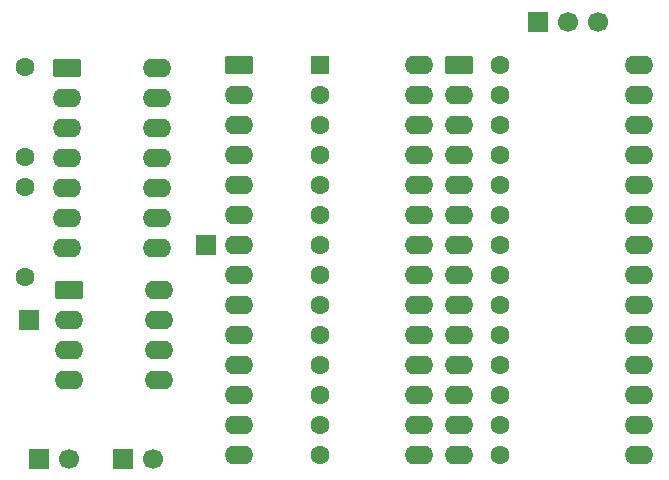
<source format=gbr>
%TF.GenerationSoftware,KiCad,Pcbnew,9.0.7*%
%TF.CreationDate,2026-02-10T00:04:01+01:00*%
%TF.ProjectId,kicad-c16-multirom,6b696361-642d-4633-9136-2d6d756c7469,1*%
%TF.SameCoordinates,Original*%
%TF.FileFunction,Soldermask,Bot*%
%TF.FilePolarity,Negative*%
%FSLAX46Y46*%
G04 Gerber Fmt 4.6, Leading zero omitted, Abs format (unit mm)*
G04 Created by KiCad (PCBNEW 9.0.7) date 2026-02-10 00:04:01*
%MOMM*%
%LPD*%
G01*
G04 APERTURE LIST*
G04 Aperture macros list*
%AMRoundRect*
0 Rectangle with rounded corners*
0 $1 Rounding radius*
0 $2 $3 $4 $5 $6 $7 $8 $9 X,Y pos of 4 corners*
0 Add a 4 corners polygon primitive as box body*
4,1,4,$2,$3,$4,$5,$6,$7,$8,$9,$2,$3,0*
0 Add four circle primitives for the rounded corners*
1,1,$1+$1,$2,$3*
1,1,$1+$1,$4,$5*
1,1,$1+$1,$6,$7*
1,1,$1+$1,$8,$9*
0 Add four rect primitives between the rounded corners*
20,1,$1+$1,$2,$3,$4,$5,0*
20,1,$1+$1,$4,$5,$6,$7,0*
20,1,$1+$1,$6,$7,$8,$9,0*
20,1,$1+$1,$8,$9,$2,$3,0*%
G04 Aperture macros list end*
%ADD10RoundRect,0.250000X-0.950000X-0.550000X0.950000X-0.550000X0.950000X0.550000X-0.950000X0.550000X0*%
%ADD11O,2.400000X1.600000*%
%ADD12R,1.700000X1.700000*%
%ADD13C,1.700000*%
%ADD14C,1.600000*%
%ADD15RoundRect,0.250000X-0.550000X-0.550000X0.550000X-0.550000X0.550000X0.550000X-0.550000X0.550000X0*%
G04 APERTURE END LIST*
D10*
%TO.C,U4*%
X169760000Y-57658000D03*
D11*
X169760000Y-60198000D03*
X169760000Y-62738000D03*
X169760000Y-65278000D03*
X169760000Y-67818000D03*
X169760000Y-70358000D03*
X169760000Y-72898000D03*
X169760000Y-75438000D03*
X169760000Y-77978000D03*
X169760000Y-80518000D03*
X169760000Y-83058000D03*
X169760000Y-85598000D03*
X169760000Y-88138000D03*
X169760000Y-90678000D03*
X185000000Y-90678000D03*
X185000000Y-88138000D03*
X185000000Y-85598000D03*
X185000000Y-83058000D03*
X185000000Y-80518000D03*
X185000000Y-77978000D03*
X185000000Y-75438000D03*
X185000000Y-72898000D03*
X185000000Y-70358000D03*
X185000000Y-67818000D03*
X185000000Y-65278000D03*
X185000000Y-62738000D03*
X185000000Y-60198000D03*
X185000000Y-57658000D03*
%TD*%
D12*
%TO.C,J4*%
X133350000Y-79248000D03*
%TD*%
%TO.C,J3*%
X176500000Y-54000000D03*
D13*
X179040000Y-54000000D03*
X181580000Y-54000000D03*
%TD*%
D10*
%TO.C,U3*%
X151130000Y-57658000D03*
D11*
X151130000Y-60198000D03*
X151130000Y-62738000D03*
X151130000Y-65278000D03*
X151130000Y-67818000D03*
X151130000Y-70358000D03*
X151130000Y-72898000D03*
X151130000Y-75438000D03*
X151130000Y-77978000D03*
X151130000Y-80518000D03*
X151130000Y-83058000D03*
X151130000Y-85598000D03*
X151130000Y-88138000D03*
X151130000Y-90678000D03*
X166370000Y-90678000D03*
X166370000Y-88138000D03*
X166370000Y-85598000D03*
X166370000Y-83058000D03*
X166370000Y-80518000D03*
X166370000Y-77978000D03*
X166370000Y-75438000D03*
X166370000Y-72898000D03*
X166370000Y-70358000D03*
X166370000Y-67818000D03*
X166370000Y-65278000D03*
X166370000Y-62738000D03*
X166370000Y-60198000D03*
X166370000Y-57658000D03*
%TD*%
D10*
%TO.C,U1*%
X136775000Y-76690000D03*
D11*
X136775000Y-79230000D03*
X136775000Y-81770000D03*
X136775000Y-84310000D03*
X144395000Y-84310000D03*
X144395000Y-81770000D03*
X144395000Y-79230000D03*
X144395000Y-76690000D03*
%TD*%
D12*
%TO.C,J1*%
X141305000Y-91000000D03*
D13*
X143845000Y-91000000D03*
%TD*%
D14*
%TO.C,R2*%
X133080000Y-68000000D03*
X133080000Y-75620000D03*
%TD*%
D10*
%TO.C,U2*%
X136580000Y-57920000D03*
D11*
X136580000Y-60460000D03*
X136580000Y-63000000D03*
X136580000Y-65540000D03*
X136580000Y-68080000D03*
X136580000Y-70620000D03*
X136580000Y-73160000D03*
X144200000Y-73160000D03*
X144200000Y-70620000D03*
X144200000Y-68080000D03*
X144200000Y-65540000D03*
X144200000Y-63000000D03*
X144200000Y-60460000D03*
X144200000Y-57920000D03*
%TD*%
D12*
%TO.C,J2*%
X134225000Y-91000000D03*
D13*
X136765000Y-91000000D03*
%TD*%
D14*
%TO.C,R1*%
X133080000Y-65500000D03*
X133080000Y-57880000D03*
%TD*%
D15*
%TO.C,SOCKET_U4*%
X157988000Y-57658000D03*
D14*
X157988000Y-60198000D03*
X157988000Y-62738000D03*
X157988000Y-65278000D03*
X157988000Y-67818000D03*
X157988000Y-70358000D03*
X157988000Y-72898000D03*
X157988000Y-75438000D03*
X157988000Y-77978000D03*
X157988000Y-80518000D03*
X157988000Y-83058000D03*
X157988000Y-85598000D03*
X157988000Y-88138000D03*
X157988000Y-90678000D03*
X173228000Y-90678000D03*
X173228000Y-88138000D03*
X173228000Y-85598000D03*
X173228000Y-83058000D03*
X173228000Y-80518000D03*
X173228000Y-77978000D03*
X173228000Y-75438000D03*
X173228000Y-72898000D03*
X173228000Y-70358000D03*
X173228000Y-67818000D03*
X173228000Y-65278000D03*
X173228000Y-62738000D03*
X173228000Y-60198000D03*
X173228000Y-57658000D03*
%TD*%
D12*
%TO.C,J5*%
X148336000Y-72898000D03*
%TD*%
M02*

</source>
